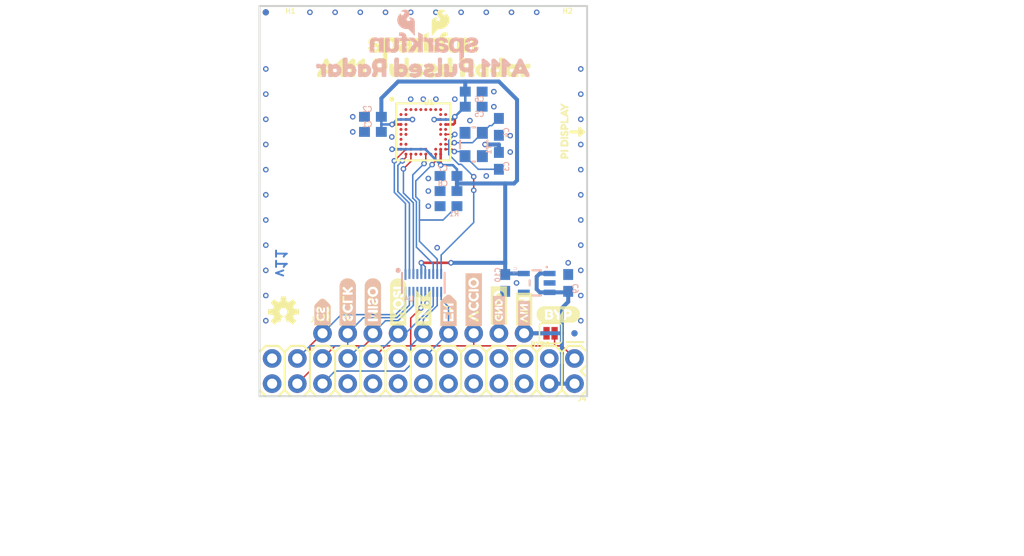
<source format=kicad_pcb>
(kicad_pcb (version 20211014) (generator pcbnew)
  (layers (0 "F.Cu" signal) (31 "B.Cu" signal) (34 "B.Paste" user) (35 "F.Paste" user) (36 "B.SilkS" user "B.Silkscreen") (37 "F.SilkS" user "F.Silkscreen") (38 "B.Mask" user) (39 "F.Mask" user) (44 "Edge.Cuts" user))
  (net 0 "")
  (net 1 "GND")
  (net 2 "1.8V")
  (net 3 "INTERRUPT")
  (net 4 "SCLK")
  (net 5 "MOSI")
  (net 6 "MISO")
  (net 7 "~{CS}")
  (net 8 "ENABLE")
  (net 9 "N$1")
  (net 10 "N$2")
  (net 11 "SCLK_RPI")
  (net 12 "MISO_RPI")
  (net 13 "MOSI_RPI")
  (net 14 "~{CS}_RPI")
  (net 15 "INTERRUPT_RPI")
  (net 16 "ENABLE_RPI")
  (net 17 "VCCIO")
  (net 18 "VIN")
  (footprint "boardEagle:2X13" (layer "F.Cu") (at 163.7411 120.8786 180)
    (fp_text reference "J4" (at -1.27 -4.064) (layer "F.SilkS") (effects (font (size 0.512064 0.512064) (thickness 0.097536)) (justify right)))
    (fp_text value "RASPBERRYPI-26-PIN-GPIO")
    (pad "1" thru_hole circle (at 0 0 270) (size 1.8796 1.8796) (drill 1.016) (layers *.Cu *.Mask) (net 17 "VCCIO"))
    (pad "2" thru_hole circle (at 0 -2.54 90) (size 1.8796 1.8796) (drill 1.016) (layers *.Cu *.Mask) (net 18 "VIN"))
    (pad "3" thru_hole circle (at 2.54 0 270) (size 1.8796 1.8796) (drill 1.016) (layers *.Cu *.Mask))
    (pad "4" thru_hole circle (at 2.54 -2.54 90) (size 1.8796 1.8796) (drill 1.016) (layers *.Cu *.Mask) (net 18 "VIN"))
    (pad "5" thru_hole circle (at 5.08 0 270) (size 1.8796 1.8796) (drill 1.016) (layers *.Cu *.Mask))
    (pad "6" thru_hole circle (at 5.08 -2.54 90) (size 1.8796 1.8796) (drill 1.016) (layers *.Cu *.Mask) (net 1 "GND"))
    (pad "7" thru_hole circle (at 7.62 0 270) (size 1.8796 1.8796) (drill 1.016) (layers *.Cu *.Mask))
    (pad "8" thru_hole circle (at 7.62 -2.54 90) (size 1.8796 1.8796) (drill 1.016) (layers *.Cu *.Mask))
    (pad "9" thru_hole circle (at 10.16 0 270) (size 1.8796 1.8796) (drill 1.016) (layers *.Cu *.Mask) (net 1 "GND"))
    (pad "10" thru_hole circle (at 10.16 -2.54 90) (size 1.8796 1.8796) (drill 1.016) (layers *.Cu *.Mask))
    (pad "11" thru_hole circle (at 12.7 0 270) (size 1.8796 1.8796) (drill 1.016) (layers *.Cu *.Mask))
    (pad "12" thru_hole circle (at 12.7 -2.54 90) (size 1.8796 1.8796) (drill 1.016) (layers *.Cu *.Mask))
    (pad "13" thru_hole circle (at 15.24 0 270) (size 1.8796 1.8796) (drill 1.016) (layers *.Cu *.Mask) (net 16 "ENABLE_RPI"))
    (pad "14" thru_hole circle (at 15.24 -2.54 90) (size 1.8796 1.8796) (drill 1.016) (layers *.Cu *.Mask) (net 1 "GND"))
    (pad "15" thru_hole circle (at 17.78 0 270) (size 1.8796 1.8796) (drill 1.016) (layers *.Cu *.Mask))
    (pad "16" thru_hole circle (at 17.78 -2.54 90) (size 1.8796 1.8796) (drill 1.016) (layers *.Cu *.Mask))
    (pad "17" thru_hole circle (at 20.32 0 270) (size 1.8796 1.8796) (drill 1.016) (layers *.Cu *.Mask) (net 17 "VCCIO"))
    (pad "18" thru_hole circle (at 20.32 -2.54 90) (size 1.8796 1.8796) (drill 1.016) (layers *.Cu *.Mask))
    (pad "19" thru_hole circle (at 22.86 0 270) (size 1.8796 1.8796) (drill 1.016) (layers *.Cu *.Mask) (net 13 "MOSI_RPI"))
    (pad "20" thru_hole circle (at 22.86 -2.54 90) (size 1.8796 1.8796) (drill 1.016) (layers *.Cu *.Mask) (net 1 "GND"))
    (pad "21" thru_hole circle (at 25.4 0 270) (size 1.8796 1.8796) (drill 1.016) (layers *.Cu *.Mask) (net 12 "MISO_RPI"))
    (pad "22" thru_hole circle (at 25.4 -2.54 90) (size 1.8796 1.8796) (drill 1.016) (layers *.Cu *.Mask) (net 15 "INTERRUPT_RPI"))
    (pad "23" thru_hole circle (at 27.94 0 270) (size 1.8796 1.8796) (drill 1.016) (layers *.Cu *.Mask) (net 11 "SCLK_RPI"))
    (pad "24" thru_hole circle (at 27.94 -2.54 90) (size 1.8796 1.8796) (drill 1.016) (layers *.Cu *.Mask) (net 14 "~{CS}_RPI"))
    (pad "25" thru_hole circle (at 30.48 0 270) (size 1.8796 1.8796) (drill 1.016) (layers *.Cu *.Mask) (net 1 "GND"))
    (pad "26" thru_hole circle (at 30.48 -2.54 90) (size 1.8796 1.8796) (drill 1.016) (layers *.Cu *.Mask))
  )
  (footprint "boardEagle:MOSI5" (layer "F.Cu") (at 145.9611 118.0846 90)
    (fp_text reference "U$4" hide)
    (fp_text value "" hide)
  )
  (footprint "boardEagle:GND0" (layer "F.Cu") (at 156.1211 117.9576 90)
    (fp_text reference "U$7" hide)
    (fp_text value "" hide)
  )
  (footprint "boardEagle:VCCIO1" (layer "F.Cu") (at 153.5811 118.0846 90)
    (fp_text reference "U$20" hide)
    (fp_text value "" hide)
  )
  (footprint "boardEagle:PI_DISPLAY9" (layer "F.Cu") (at 162.7251 101.4476 90)
    (fp_text reference "U$12" hide)
    (fp_text value "" hide)
  )
  (footprint "boardEagle:SFE_LOGO_NAME_FLAME_.1" (layer "F.Cu") (at 148.5011 89.3826)
    (fp_text reference "LOGO1" hide)
    (fp_text value "SFE_LOGO_NAME_FLAME.1_INCH" hide)
  )
  (footprint "boardEagle:#CS9" (layer "F.Cu") (at 138.3411 118.2116 90)
    (fp_text reference "U$17" hide)
    (fp_text value "" hide)
  )
  (footprint "boardEagle:VIN0" (layer "F.Cu") (at 158.6611 118.0846 90)
    (fp_text reference "U$16" hide)
    (fp_text value "" hide)
  )
  (footprint "boardEagle:1X09_NO_SILK" (layer "F.Cu") (at 138.3411 118.3386)
    (fp_text reference "J1" (at -1.27 -1.397) (layer "F.SilkS") (effects (font (size 0.512064 0.512064) (thickness 0.097536)) (justify left)))
    (fp_text value "")
    (pad "1" thru_hole circle (at 0 0 90) (size 1.8796 1.8796) (drill 1.016) (layers *.Cu *.Mask) (net 14 "~{CS}_RPI"))
    (pad "2" thru_hole circle (at 2.54 0 90) (size 1.8796 1.8796) (drill 1.016) (layers *.Cu *.Mask) (net 11 "SCLK_RPI"))
    (pad "3" thru_hole circle (at 5.08 0 90) (size 1.8796 1.8796) (drill 1.016) (layers *.Cu *.Mask) (net 12 "MISO_RPI"))
    (pad "4" thru_hole circle (at 7.62 0 90) (size 1.8796 1.8796) (drill 1.016) (layers *.Cu *.Mask) (net 13 "MOSI_RPI"))
    (pad "5" thru_hole circle (at 10.16 0 90) (size 1.8796 1.8796) (drill 1.016) (layers *.Cu *.Mask) (net 15 "INTERRUPT_RPI"))
    (pad "6" thru_hole circle (at 12.7 0 90) (size 1.8796 1.8796) (drill 1.016) (layers *.Cu *.Mask) (net 16 "ENABLE_RPI"))
    (pad "7" thru_hole circle (at 15.24 0 90) (size 1.8796 1.8796) (drill 1.016) (layers *.Cu *.Mask) (net 17 "VCCIO"))
    (pad "8" thru_hole circle (at 17.78 0 90) (size 1.8796 1.8796) (drill 1.016) (layers *.Cu *.Mask) (net 1 "GND"))
    (pad "9" thru_hole circle (at 20.32 0 90) (size 1.8796 1.8796) (drill 1.016) (layers *.Cu *.Mask) (net 18 "VIN"))
  )
  (footprint "boardEagle:FIDUCIAL-MICRO" (layer "F.Cu") (at 132.6261 85.9536)
    (fp_text reference "FD2" hide)
    (fp_text value "FIDUCIALUFIDUCIAL" hide)
    (pad "1" smd roundrect (at 0 0) (size 0.635 0.635) (layers "F.Cu" "F.Mask") (roundrect_rratio 0.5))
  )
  (footprint "boardEagle:BYP" (layer "F.Cu") (at 159.8041 116.4336)
    (fp_text reference "U$8" hide)
    (fp_text value "" hide)
  )
  (footprint "boardEagle:SCLK3" (layer "F.Cu") (at 140.8811 118.0846 90)
    (fp_text reference "U$2" hide)
    (fp_text value "" hide)
  )
  (footprint "boardEagle:INT8" (layer "F.Cu") (at 148.5011 118.0846 90)
    (fp_text reference "U$5" hide)
    (fp_text value "" hide)
  )
  (footprint "boardEagle:SMT-JUMPER_2_NO_SILK" (layer "F.Cu") (at 161.3281 118.3386 180)
    (fp_text reference "BYP0" (at 0 -1.143) (layer "F.SilkS") (effects (font (size 0.512064 0.512064) (thickness 0.097536)) (justify right)))
    (fp_text value "JUMPER-SMT_2_NO_SILK")
    (pad "1" smd rect (at -0.4064 0 180) (size 0.635 1.27) (layers "F.Cu" "F.Mask") (net 17 "VCCIO"))
    (pad "2" smd rect (at 0.4064 0 180) (size 0.635 1.27) (layers "F.Cu" "F.Mask") (net 18 "VIN"))
  )
  (footprint "boardEagle:FIDUCIAL-MICRO" (layer "F.Cu") (at 163.7411 118.3386)
    (fp_text reference "FD1" hide)
    (fp_text value "FIDUCIALUFIDUCIAL" hide)
    (pad "1" smd roundrect (at 0 0) (size 0.635 0.635) (layers "F.Cu" "F.Mask") (roundrect_rratio 0.5))
  )
  (footprint "boardEagle:A111" (layer "F.Cu") (at 148.5011 98.0186)
    (fp_text reference "U1" (at 0 -2.9718) (layer "F.SilkS") (effects (font (size 0.512064 0.512064) (thickness 0.097536)) (justify left)))
    (fp_text value "A111")
    (pad "A2" smd roundrect (at -1.75 -2.25) (size 0.3 0.3) (layers "F.Cu" "F.Paste" "F.Mask") (roundrect_rratio 0.5))
    (pad "A3" smd roundrect (at -1.25 -2.25) (size 0.3 0.3) (layers "F.Cu" "F.Paste" "F.Mask") (roundrect_rratio 0.5) (net 1 "GND"))
    (pad "A4" smd roundrect (at -0.75 -2.25) (size 0.3 0.3) (layers "F.Cu" "F.Paste" "F.Mask") (roundrect_rratio 0.5) (net 1 "GND"))
    (pad "A5" smd roundrect (at -0.25 -2.25) (size 0.3 0.3) (layers "F.Cu" "F.Paste" "F.Mask") (roundrect_rratio 0.5) (net 1 "GND"))
    (pad "A6" smd roundrect (at 0.25 -2.25) (size 0.3 0.3) (layers "F.Cu" "F.Paste" "F.Mask") (roundrect_rratio 0.5) (net 1 "GND"))
    (pad "A7" smd roundrect (at 0.75 -2.25) (size 0.3 0.3) (layers "F.Cu" "F.Paste" "F.Mask") (roundrect_rratio 0.5) (net 1 "GND"))
    (pad "A8" smd roundrect (at 1.25 -2.25) (size 0.3 0.3) (layers "F.Cu" "F.Paste" "F.Mask") (roundrect_rratio 0.5) (net 1 "GND"))
    (pad "A9" smd roundrect (at 1.75 -2.25) (size 0.3 0.3) (layers "F.Cu" "F.Paste" "F.Mask") (roundrect_rratio 0.5) (net 1 "GND"))
    (pad "B1" smd roundrect (at -2.25 -1.75) (size 0.3 0.3) (layers "F.Cu" "F.Paste" "F.Mask") (roundrect_rratio 0.5))
    (pad "B2" smd roundrect (at -1.75 -1.75) (size 0.3 0.3) (layers "F.Cu" "F.Paste" "F.Mask") (roundrect_rratio 0.5) (net 1 "GND"))
    (pad "B9" smd roundrect (at 1.75 -1.75) (size 0.3 0.3) (layers "F.Cu" "F.Paste" "F.Mask") (roundrect_rratio 0.5) (net 1 "GND"))
    (pad "B10" smd roundrect (at 2.25 -1.75) (size 0.3 0.3) (layers "F.Cu" "F.Paste" "F.Mask") (roundrect_rratio 0.5) (net 1 "GND"))
    (pad "C1" smd roundrect (at -2.25 -1.25) (size 0.3 0.3) (layers "F.Cu" "F.Paste" "F.Mask") (roundrect_rratio 0.5) (net 1 "GND"))
    (pad "C2" smd roundrect (at -1.75 -1.25) (size 0.3 0.3) (layers "F.Cu" "F.Paste" "F.Mask") (roundrect_rratio 0.5) (net 2 "1.8V"))
    (pad "C9" smd roundrect (at 1.75 -1.25) (size 0.3 0.3) (layers "F.Cu" "F.Paste" "F.Mask") (roundrect_rratio 0.5) (net 2 "1.8V"))
    (pad "C10" smd roundrect (at 2.25 -1.25) (size 0.3 0.3) (layers "F.Cu" "F.Paste" "F.Mask") (roundrect_rratio 0.5) (net 1 "GND"))
    (pad "D1" smd roundrect (at -2.25 -0.75) (size 0.3 0.3) (layers "F.Cu" "F.Paste" "F.Mask") (roundrect_rratio 0.5) (net 2 "1.8V"))
    (pad "D2" smd roundrect (at -1.75 -0.75) (size 0.3 0.3) (layers "F.Cu" "F.Paste" "F.Mask") (roundrect_rratio 0.5) (net 1 "GND"))
    (pad "D9" smd roundrect (at 1.75 -0.75) (size 0.3 0.3) (layers "F.Cu" "F.Paste" "F.Mask") (roundrect_rratio 0.5) (net 1 "GND"))
    (pad "D10" smd roundrect (at 2.25 -0.75) (size 0.3 0.3) (layers "F.Cu" "F.Paste" "F.Mask") (roundrect_rratio 0.5) (net 2 "1.8V"))
    (pad "E1" smd roundrect (at -2.25 -0.25) (size 0.3 0.3) (layers "F.Cu" "F.Paste" "F.Mask") (roundrect_rratio 0.5) (net 1 "GND"))
    (pad "E2" smd roundrect (at -1.75 -0.25) (size 0.3 0.3) (layers "F.Cu" "F.Paste" "F.Mask") (roundrect_rratio 0.5) (net 1 "GND"))
    (pad "E9" smd roundrect (at 1.75 -0.25) (size 0.3 0.3) (layers "F.Cu" "F.Paste" "F.Mask") (roundrect_rratio 0.5) (net 1 "GND"))
    (pad "E10" smd roundrect (at 2.25 -0.25) (size 0.3 0.3) (layers "F.Cu" "F.Paste" "F.Mask") (roundrect_rratio 0.5) (net 1 "GND"))
    (pad "F1" smd roundrect (at -2.25 0.25) (size 0.3 0.3) (layers "F.Cu" "F.Paste" "F.Mask") (roundrect_rratio 0.5) (net 1 "GND"))
    (pad "F2" smd roundrect (at -1.75 0.25) (size 0.3 0.3) (layers "F.Cu" "F.Paste" "F.Mask") (roundrect_rratio 0.5) (net 1 "GND"))
    (pad "F9" smd roundrect (at 1.75 0.25) (size 0.3 0.3) (layers "F.Cu" "F.Paste" "F.Mask") (roundrect_rratio 0.5) (net 1 "GND"))
    (pad "F10" smd roundrect (at 2.25 0.25) (size 0.3 0.3) (layers "F.Cu" "F.Paste" "F.Mask") (roundrect_rratio 0.5) (net 8 "ENABLE"))
    (pad "G1" smd roundrect (at -2.25 0.75) (size 0.3 0.3) (layers "F.Cu" "F.Paste" "F.Mask") (roundrect_rratio 0.5) (net 1 "GND"))
    (pad "G10" smd roundrect (at 2.25 0.75) (size 0.3 0.3) (layers "F.Cu" "F.Paste" "F.Mask") (roundrect_rratio 0.5) (net 1 "GND"))
    (pad "H1" smd roundrect (at -2.25 1.25) (size 0.3 0.3) (layers "F.Cu" "F.Paste" "F.Mask") (roundrect_rratio 0.5) (net 1 "GND"))
    (pad "H2" smd roundrect (at -1.75 1.25) (size 0.3 0.3) (layers "F.Cu" "F.Paste" "F.Mask") (roundrect_rratio 0.5) (net 1 "GND"))
    (pad "H9" smd roundrect (at 1.75 1.25) (size 0.3 0.3) (layers "F.Cu" "F.Paste" "F.Mask") (roundrect_rratio 0.5) (net 1 "GND"))
    (pad "H10" smd roundrect (at 2.25 1.25) (size 0.3 0.3) (layers "F.Cu" "F.Paste" "F.Mask") (roundrect_rratio 0.5) (net 10 "N$2"))
    (pad "J1" smd roundrect (at -2.25 1.75) (size 0.3 0.3) (layers "F.Cu" "F.Paste" "F.Mask") (roundrect_rratio 0.5) (net 2 "1.8V"))
    (pad "J2" smd roundrect (at -1.75 1.75) (size 0.3 0.3) (layers "F.Cu" "F.Paste" "F.Mask") (roundrect_rratio 0.5) (net 7 "~{CS}"))
    (pad "J3" smd roundrect (at -1.25 1.75) (size 0.3 0.3) (layers "F.Cu" "F.Paste" "F.Mask") (roundrect_rratio 0.5) (net 1 "GND"))
    (pad "J5" smd roundrect (at -0.25 1.75) (size 0.3 0.3) (layers "F.Cu" "F.Paste" "F.Mask") (roundrect_rratio 0.5) (net 1 "GND"))
    (pad "J6" smd roundrect (at 0.25 1.75) (size 0.3 0.3) (layers "F.Cu" "F.Paste" "F.Mask") (roundrect_rratio 0.5) (net 1 "GND"))
    (pad "J8" smd roundrect (at 1.25 1.75) (size 0.3 0.3) (layers "F.Cu" "F.Paste" "F.Mask") (roundrect_rratio 0.5) (net 1 "GND"))
    (pad "J9" smd roundrect (at 1.75 1.75) (size 0.3 0.3) (layers "F.Cu" "F.Paste" "F.Mask") (roundrect_rratio 0.5) (net 2 "1.8V"))
    (pad "J10" smd roundrect (at 2.25 1.75) (size 0.3 0.3) (layers "F.Cu" "F.Paste" "F.Mask") (roundrect_rratio 0.5) (net 9 "N$1"))
    (pad "K2" smd roundrect (at -1.75 2.25) (size 0.3 0.3) (layers "F.Cu" "F.Paste" "F.Mask") (roundrect_rratio 0.5) (net 4 "SCLK"))
    (pad "K3" smd roundrect (at -1.25 2.25) (size 0.3 0.3) (layers "F.Cu" "F.Paste" "F.Mask") (roundrect_rratio 0.5) (net 6 "MISO"))
    (pad "K4" smd roundrect (at -0.75 2.25) (size 0.3 0.3) (layers "F.Cu" "F.Paste" "F.Mask") (roundrect_rratio 0.5) (net 1 "GND"))
    (pad "K5" smd roundrect (at -0.25 2.25) (size 0.3 0.3) (layers "F.Cu" "F.Paste" "F.Mask") (roundrect_rratio 0.5) (net 1 "GND"))
    (pad "K6" smd roundrect (at 0.25 2.25) (size 0.3 0.3) (layers "F.Cu" "F.Paste" "F.Mask") (roundrect_rratio 0.5) (net 5 "MOSI"))
    (pad "K7" smd roundrect (at 0.75 2.25) (size 0.3 0.3) (layers "F.Cu" "F.Paste" "F.Mask") (roundrect_rratio 0.5) (net 1 "GND"))
    (pad "K8" smd roundrect (at 1.25 2.25) (size 0.3 0.3) (layers "F.Cu" "F.Paste" "F.Mask") (roundrect_rratio 0.5) (net 3 "INTERRUPT"))
    (pad "K9" smd roundrect (at 1.75 2.25) (size 0.3 0.3) (layers "F.Cu" "F.Paste" "F.Mask") (roundrect_rratio 0.5) (net 2 "1.8V"))
  )
  (footprint "boardEagle:STAND-OFF" (layer "F.Cu") (at 134.5311 87.8586)
    (fp_text reference "H1" (at 0 -2.032) (layer "F.SilkS") (effects (font (size 0.512064 0.512064) (thickness 0.097536)) (justify left)))
    (fp_text value "STAND-OFF")
    (pad "" np_thru_hole circle (at 0 0) (size 3.302 3.302) (drill 3.302) (layers *.Cu *.Mask))
  )
  (footprint "boardEagle:A111_PULSED_RADAR9" (layer "F.Cu") (at 136.1821 91.5416)
    (fp_text reference "U$1" hide)
    (fp_text value "" hide)
  )
  (footprint "boardEagle:EN9" (layer "F.Cu") (at 151.0411 118.0846 90)
    (fp_text reference "U$6" hide)
    (fp_text value "" hide)
  )
  (footprint "boardEagle:CREATIVE_COMMONS" (layer "F.Cu") (at 126.1491 137.8966)
    (fp_text reference "FRAME1" hide)
    (fp_text value "FRAME-LETTER" hide)
  )
  (footprint "boardEagle:STAND-OFF" (layer "F.Cu") (at 162.4711 87.8586)
    (fp_text reference "H2" (at 0 -2.032) (layer "F.SilkS") (effects (font (size 0.512064 0.512064) (thickness 0.097536)) (justify left)))
    (fp_text value "STAND-OFF")
    (pad "" np_thru_hole circle (at 0 0) (size 3.302 3.302) (drill 3.302) (layers *.Cu *.Mask))
  )
  (footprint "boardEagle:OSHW-LOGO-S" (layer "F.Cu") (at 134.4041 116.1796)
    (fp_text reference "LOGO2" hide)
    (fp_text value "OSHW-LOGOS" hide)
  )
  (footprint "boardEagle:MISO4" (layer "F.Cu") (at 143.4211 118.0846 90)
    (fp_text reference "U$3" hide)
    (fp_text value "" hide)
  )
  (footprint "boardEagle:0603" (layer "B.Cu") (at 153.5811 95.4786)
    (fp_text reference "C5" (at 0 0.762) (layer "B.SilkS") (effects (font (size 0.512064 0.512064) (thickness 0.097536)) (justify right mirror)))
    (fp_text value "0.1uF")
    (pad "1" smd rect (at -0.85 0) (size 1.1 1) (layers "B.Cu" "B.Paste" "B.Mask") (net 2 "1.8V"))
    (pad "2" smd rect (at 0.85 0) (size 1.1 1) (layers "B.Cu" "B.Paste" "B.Mask") (net 1 "GND"))
  )
  (footprint "boardEagle:A111_PULSED_RADAR9" (layer "B.Cu") (at 160.8201 91.5416 180)
    (fp_text reference "U$9" hide)
    (fp_text value "" hide)
  )
  (footprint "boardEagle:0603" (layer "B.Cu") (at 163.1061 113.2586 90)
    (fp_text reference "C9" (at 0 0.762 90) (layer "B.SilkS") (effects (font (size 0.512064 0.512064) (thickness 0.097536)) (justify left mirror)))
    (fp_text value "1.0uF")
    (pad "1" smd rect (at -0.85 0 90) (size 1.1 1) (layers "B.Cu" "B.Paste" "B.Mask") (net 18 "VIN"))
    (pad "2" smd rect (at 0.85 0 90) (size 1.1 1) (layers "B.Cu" "B.Paste" "B.Mask") (net 1 "GND"))
  )
  (footprint "boardEagle:0603" (layer "B.Cu") (at 156.7561 113.2586 -90)
    (fp_text reference "C10" (at 0 0.762 -270) (layer "B.SilkS") (effects (font (size 0.512064 0.512064) (thickness 0.097536)) (justify right mirror)))
    (fp_text value "1.0uF")
    (pad "1" smd rect (at -0.85 0 270) (size 1.1 1) (layers "B.Cu" "B.Paste" "B.Mask") (net 2 "1.8V"))
    (pad "2" smd rect (at 0.85 0 270) (size 1.1 1) (layers "B.Cu" "B.Paste" "B.Mask") (net 1 "GND"))
  )
  (footprint "boardEagle:SFE_LOGO_NAME_FLAME_.1" (layer "B.Cu") (at 148.5011 89.3826 180)
    (fp_text reference "LOGO3" hide)
    (fp_text value "SFE_LOGO_NAME_FLAME.1_INCH" hide)
  )
  (footprint "boardEagle:0603" (layer "B.Cu") (at 151.0411 105.5116)
    (fp_text reference "R1" (at 0 0.762) (layer "B.SilkS") (effects (font (size 0.512064 0.512064) (thickness 0.097536)) (justify right mirror)))
    (fp_text value "100k")
    (pad "1" smd rect (at -0.85 0) (size 1.1 1) (layers "B.Cu" "B.Paste" "B.Mask") (net 1 "GND"))
    (pad "2" smd rect (at 0.85 0) (size 1.1 1) (layers "B.Cu" "B.Paste" "B.Mask") (net 3 "INTERRUPT"))
  )
  (footprint "boardEagle:UFDFN-20" (layer "B.Cu") (at 148.5011 113.2586)
    (fp_text reference "U4" (at -2.032 1.6) (layer "B.SilkS") (effects (font (size 0.512064 0.512064) (thickness 0.097536)) (justify right mirror)))
    (fp_text value "TXB0108DQSR")
    (pad "1" smd rect (at -1.8 -0.85 270) (size 1.1 0.2) (layers "B.Cu" "B.Mask") (net 7 "~{CS}"))
    (pad "2" smd rect (at -1.4 -0.9 270) (size 1 0.2) (layers "B.Cu" "B.Mask") (net 4 "SCLK"))
    (pad "3" smd rect (at -1 -0.9 270) (size 1 0.2) (layers "B.Cu" "B.Mask") (net 6 "MISO"))
    (pad "4" smd rect (at -0.6 -0.9 270) (size 1 0.2) (layers "B.Cu" "B.Mask"))
    (pad "5" smd rect (at -0.2 -0.9 270) (size 1 0.2) (layers "B.Cu" "B.Mask") (net 2 "1.8V"))
    (pad "6" smd rect (at 0.2 -0.9 270) (size 1 0.2) (layers "B.Cu" "B.Mask") (net 2 "1.8V"))
    (pad "7" smd rect (at 0.6 -0.9 270) (size 1 0.2) (layers "B.Cu" "B.Mask"))
    (pad "8" smd rect (at 1 -0.9 270) (size 1 0.2) (layers "B.Cu" "B.Mask") (net 5 "MOSI"))
    (pad "9" smd rect (at 1.4 -0.9 270) (size 1 0.2) (layers "B.Cu" "B.Mask") (net 3 "INTERRUPT"))
    (pad "10" smd rect (at 1.8 -0.9 270) (size 1 0.2) (layers "B.Cu" "B.Mask") (net 8 "ENABLE"))
    (pad "11" smd rect (at 1.8 0.9 270) (size 1 0.2) (layers "B.Cu" "B.Mask") (net 16 "ENABLE_RPI"))
    (pad "12" smd rect (at 1.4 0.9 270) (size 1 0.2) (layers "B.Cu" "B.Mask") (net 15 "INTERRUPT_RPI"))
    (pad "13" smd rect (at 1 0.9 270) (size 1 0.2) (layers "B.Cu" "B.Mask") (net 13 "MOSI_RPI"))
    (pad "14" smd rect (at 0.6 0.9 270) (size 1 0.2) (layers "B.Cu" "B.Mask"))
    (pad "15" smd rect (at 0.2 0.9 270) (size 1 0.2) (layers "B.Cu" "B.Mask") (net 1 "GND"))
    (pad "16" smd rect (at -0.2 0.9 270) (size 1 0.2) (layers "B.Cu" "B.Mask") (net 17 "VCCIO"))
    (pad "17" smd rect (at -0.6 0.9 270) (size 1 0.2) (layers "B.Cu" "B.Mask"))
    (pad "18" smd rect (at -1 0.9 270) (size 1 0.2) (layers "B.Cu" "B.Mask") (net 12 "MISO_RPI"))
    (pad "19" smd rect (at -1.4 0.9 270) (size 1 0.2) (layers "B.Cu" "B.Mask") (net 11 "SCLK_RPI"))
    (pad "20" smd rect (at -1.8 0.9 270) (size 1 0.2) (layers "B.Cu" "B.Mask") (net 14 "~{CS}_RPI"))
  )
  (footprint "boardEagle:FIDUCIAL-MICRO" (layer "B.Cu") (at 132.6261 85.9536 180)
    (fp_text reference "FD3" hide)
    (fp_text value "FIDUCIALUFIDUCIAL" hide)
    (pad "1" smd roundrect (at 0 0 180) (size 0.635 0.635) (layers "B.Cu" "B.Mask") (roundrect_rratio 0.5))
  )
  (footprint "boardEagle:EN9" (layer "B.Cu") (at 151.0411 118.0846 90)
    (fp_text reference "U$18" hide)
    (fp_text value "" hide)
  )
  (footprint "boardEagle:0603" (layer "B.Cu") (at 143.4211 98.0186 180)
    (fp_text reference "C1" (at 0 0.762) (layer "B.SilkS") (effects (font (size 0.512064 0.512064) (thickness 0.097536)) (justify left mirror)))
    (fp_text value "0.1uF")
    (pad "1" smd rect (at -0.85 0 180) (size 1.1 1) (layers "B.Cu" "B.Paste" "B.Mask") (net 2 "1.8V"))
    (pad "2" smd rect (at 0.85 0 180) (size 1.1 1) (layers "B.Cu" "B.Paste" "B.Mask") (net 1 "GND"))
  )
  (footprint "boardEagle:SOT23-5" (layer "B.Cu") (at 159.9311 113.2586 -90)
    (fp_text reference "U2" (at -0.889 2.159 -270) (layer "B.SilkS") (effects (font (size 0.376489 0.376489) (thickness 0.029911)) (justify right mirror)))
    (fp_text value "AP2127K-1.8V")
    (pad "1" smd rect (at -0.95 -1.3001 270) (size 0.55 1.2) (layers "B.Cu" "B.Paste" "B.Mask") (net 18 "VIN"))
    (pad "2" smd rect (at 0 -1.3001 270) (size 0.55 1.2) (layers "B.Cu" "B.Paste" "B.Mask") (net 1 "GND"))
    (pad "3" smd rect (at 0.95 -1.3001 270) (size 0.55 1.2) (layers "B.Cu" "B.Paste" "B.Mask") (net 18 "VIN"))
    (pad "4" smd rect (at 0.95 1.3001 270) (size 0.55 1.2) (layers "B.Cu" "B.Paste" "B.Mask"))
    (pad "5" smd rect (at -0.95 1.3001 270) (size 0.55 1.2) (layers "B.Cu" "B.Paste" "B.Mask") (net 2 "1.8V"))
  )
  (footprint "boardEagle:0603" (layer "B.Cu") (at 151.0411 102.4636 180)
    (fp_text reference "C7" (at 0 0.762) (layer "B.SilkS") (effects (font (size 0.512064 0.512064) (thickness 0.097536)) (justify left mirror)))
    (fp_text value "0.1uF")
    (pad "1" smd rect (at -0.85 0 180) (size 1.1 1) (layers "B.Cu" "B.Paste" "B.Mask") (net 2 "1.8V"))
    (pad "2" smd rect (at 0.85 0 180) (size 1.1 1) (layers "B.Cu" "B.Paste" "B.Mask") (net 1 "GND"))
  )
  (footprint "boardEagle:#CS9" (layer "B.Cu") (at 138.3411 118.2116 90)
    (fp_text reference "U$13" hide)
    (fp_text value "" hide)
  )
  (footprint "boardEagle:0603" (layer "B.Cu") (at 143.4211 96.4946 180)
    (fp_text reference "C2" (at 0 0.762) (layer "B.SilkS") (effects (font (size 0.512064 0.512064) (thickness 0.097536)) (justify left mirror)))
    (fp_text value "1.0uF")
    (pad "1" smd rect (at -0.85 0 180) (size 1.1 1) (layers "B.Cu" "B.Paste" "B.Mask") (net 2 "1.8V"))
    (pad "2" smd rect (at 0.85 0 180) (size 1.1 1) (layers "B.Cu" "B.Paste" "B.Mask") (net 1 "GND"))
  )
  (footprint "boardEagle:CRYSTAL-SMD-3.2X2.5MM" (layer "B.Cu") (at 153.5811 99.2886 90)
    (fp_text reference "Y1" (at 0 1.524 90) (layer "B.SilkS") (effects (font (size 0.512064 0.512064) (thickness 0.097536)) (justify left mirror)))
    (fp_text value "26MHz")
    (pad "1" smd rect (at -1.175 -0.875 270) (size 1.2 1.1) (layers "B.Cu" "B.Paste" "B.Mask") (net 9 "N$1"))
    (pad "2" smd rect (at 1.175 -0.875 90) (size 1.2 1.1) (layers "B.Cu" "B.Paste" "B.Mask") (net 1 "GND"))
    (pad "3" smd rect (at 1.175 0.875 90) (size 1.2 1.1) (layers "B.Cu" "B.Paste" "B.Mask") (net 10 "N$2"))
    (pad "4" smd rect (at -1.175 0.875 270) (size 1.2 1.1) (layers "B.Cu" "B.Paste" "B.Mask") (net 1 "GND"))
  )
  (footprint "boardEagle:0603" (layer "B.Cu") (at 151.0411 103.9876 180)
    (fp_text reference "C8" (at 0 0.762) (layer "B.SilkS") (effects (font (size 0.512064 0.512064) (thickness 0.097536)) (justify left mirror)))
    (fp_text value "1.0uF")
    (pad "1" smd rect (at -0.85 0 180) (size 1.1 1) (layers "B.Cu" "B.Paste" "B.Mask") (net 2 "1.8V"))
    (pad "2" smd rect (at 0.85 0 180) (size 1.1 1) (layers "B.Cu" "B.Paste" "B.Mask") (net 1 "GND"))
  )
  (footprint "boardEagle:VIN5" (layer "B.Cu") (at 158.6611 117.9576 90)
    (fp_text reference "U$22" hide)
    (fp_text value "" hide)
  )
  (footprint "boardEagle:0603" (layer "B.Cu") (at 156.1211 97.5106 90)
    (fp_text reference "C4" (at 0 0.762 90) (layer "B.SilkS") (effects (font (size 0.512064 0.512064) (thickness 0.097536)) (justify left mirror)))
    (fp_text value "10pF")
    (pad "1" smd rect (at -0.85 0 90) (size 1.1 1) (layers "B.Cu" "B.Paste" "B.Mask") (net 1 "GND"))
    (pad "2" smd rect (at 0.85 0 90) (size 1.1 1) (layers "B.Cu" "B.Paste" "B.Mask") (net 10 "N$2"))
  )
  (footprint "boardEagle:0603" (layer "B.Cu") (at 156.1211 100.9396 90)
    (fp_text reference "C3" (at 0 0.762 90) (layer "B.SilkS") (effects (font (size 0.512064 0.512064) (thickness 0.097536)) (justify left mirror)))
    (fp_text value "10pF")
    (pad "1" smd rect (at -0.85 0 90) (size 1.1 1) (layers "B.Cu" "B.Paste" "B.Mask") (net 9 "N$1"))
    (pad "2" smd rect (at 0.85 0 90) (size 1.1 1) (layers "B.Cu" "B.Paste" "B.Mask") (net 1 "GND"))
  )
  (footprint "boardEagle:MISO4" (layer "B.Cu") (at 143.4211 118.0846 90)
    (fp_text reference "U$11" hide)
    (fp_text value "" hide)
  )
  (footprint "boardEagle:VCCIO1" (layer "B.Cu") (at 153.5811 118.0846 90)
    (fp_text reference "U$19" hide)
    (fp_text value "" hide)
  )
  (footprint "boardEagle:FIDUCIAL-MICRO" (layer "B.Cu") (at 163.7411 118.3386 180)
    (fp_text reference "FD4" hide)
    (fp_text value "FIDUCIALUFIDUCIAL" hide)
    (pad "1" smd roundrect (at 0 0 180) (size 0.635 0.635) (layers "B.Cu" "B.Mask") (roundrect_rratio 0.5))
  )
  (footprint "boardEagle:SCLK3" (layer "B.Cu") (at 140.8811 118.0846 90)
    (fp_text reference "U$10" hide)
    (fp_text value "" hide)
  )
  (footprint "boardEagle:0603" (layer "B.Cu") (at 153.5811 93.9546)
    (fp_text reference "C6" (at 0 0.762) (layer "B.SilkS") (effects (font (size 0.512064 0.512064) (thickness 0.097536)) (justify right mirror)))
    (fp_text value "1.0uF")
    (pad "1" smd rect (at -0.85 0) (size 1.1 1) (layers "B.Cu" "B.Paste" "B.Mask") (net 2 "1.8V"))
    (pad "2" smd rect (at 0.85 0) (size 1.1 1) (layers "B.Cu" "B.Paste" "B.Mask") (net 1 "GND"))
  )
  (footprint "boardEagle:GND6" (layer "B.Cu") (at 156.1211 117.9576 90)
    (fp_text reference "U$21" hide)
    (fp_text value "" hide)
  )
  (gr_line (start 164.3761 97.7646) (end 164.3761 98.2726) (layer "F.SilkS") (width 0.254))
  (gr_line (start 164.2491 98.3996) (end 164.6301 98.0186) (layer "F.SilkS") (width 0.254))
  (gr_line (start 164.6301 98.0186) (end 164.2491 97.6376) (layer "F.SilkS") (width 0.254))
  (gr_line (start 164.2491 97.6376) (end 164.2491 98.3996) (layer "F.SilkS") (width 0.254))
  (gr_line (start 163.3601 98.0186) (end 164.6301 98.0186) (layer "F.SilkS") (width 0.3048))
  (gr_line (start 131.9911 85.3186) (end 131.9911 124.6886) (layer "Edge.Cuts") (width 0.2032))
  (gr_line (start 131.9911 124.6886) (end 165.0111 124.6886) (layer "Edge.Cuts") (width 0.2032))
  (gr_line (start 165.0111 124.6886) (end 165.0111 85.3186) (layer "Edge.Cuts") (width 0.2032))
  (gr_line (start 165.0111 85.3186) (end 131.9911 85.3186) (layer "Edge.Cuts") (width 0.2032))
  (gr_text "v11" (at 133.5151 111.2266 -90) (layer "B.Cu") (effects (font (size 1.0795 1.0795) (thickness 0.1905)) (justify bottom mirror)))
  (via (at 137.0711 85.9536) (size 0.5588) (drill 0.3048) (layers "F.Cu" "B.Cu") (net 1))
  (via (at 132.6261 94.2086) (size 0.5588) (drill 0.3048) (layers "F.Cu" "B.Cu") (net 1))
  (via (at 152.3111 85.9536) (size 0.5588) (drill 0.3048) (layers "F.Cu" "B.Cu") (net 1))
  (via (at 149.7711 85.9536) (size 0.5588) (drill 0.3048) (layers "F.Cu" "B.Cu") (net 1))
  (via (at 164.3761 117.0686) (size 0.5588) (drill 0.3048) (layers "F.Cu" "B.Cu") (net 1))
  (via (at 154.7241 99.2886) (size 0.5588) (drill 0.3048) (layers "F.Cu" "B.Cu") (net 1))
  (via (at 141.3891 98.0186) (size 0.5588) (drill 0.3048) (layers "F.Cu" "B.Cu") (net 1))
  (via (at 132.6261 104.3686) (size 0.5588) (drill 0.3048) (layers "F.Cu" "B.Cu") (net 1))
  (via (at 157.8991 113.2586) (size 0.5588) (drill 0.3048) (layers "F.Cu" "B.Cu") (net 1))
  (via (at 132.6261 91.6686) (size 0.5588) (drill 0.3048) (layers "F.Cu" "B.Cu") (net 1))
  (via (at 149.7711 94.7166) (size 0.5588) (drill 0.3048) (layers "F.Cu" "B.Cu") (net 1))
  (via (at 164.3761 91.6686) (size 0.5588) (drill 0.3048) (layers "F.Cu" "B.Cu") (net 1))
  (via (at 164.3761 104.3686) (size 0.5588) (drill 0.3048) (layers "F.Cu" "B.Cu") (net 1))
  (via (at 141.3891 96.4946) (size 0.5588) (drill 0.3048) (layers "F.Cu" "B.Cu") (net 1))
  (via (at 132.6261 101.8286) (size 0.5588) (drill 0.3048) (layers "F.Cu" "B.Cu") (net 1))
  (via (at 157.3911 85.9536) (size 0.5588) (drill 0.3048) (layers "F.Cu" "B.Cu") (net 1))
  (via (at 132.6261 111.9886) (size 0.5588) (drill 0.3048) (layers "F.Cu" "B.Cu") (net 1))
  (via (at 149.0091 105.5116) (size 0.5588) (drill 0.3048) (layers "F.Cu" "B.Cu") (net 1))
  (via (at 155.6131 95.4786) (size 0.5588) (drill 0.3048) (layers "F.Cu" "B.Cu") (net 1))
  (via (at 145.3261 98.5266) (size 0.5588) (drill 0.3048) (layers "F.Cu" "B.Cu") (net 1))
  (via (at 132.6261 106.9086) (size 0.5588) (drill 0.3048) (layers "F.Cu" "B.Cu") (net 1))
  (via (at 148.5011 94.7166) (size 0.5588) (drill 0.3048) (layers "F.Cu" "B.Cu") (net 1))
  (via (at 154.8511 85.9536) (size 0.5588) (drill 0.3048) (layers "F.Cu" "B.Cu") (net 1))
  (via (at 164.3761 106.9086) (size 0.5588) (drill 0.3048) (layers "F.Cu" "B.Cu") (net 1))
  (via (at 164.3761 111.9886) (size 0.5588) (drill 0.3048) (layers "F.Cu" "B.Cu") (net 1))
  (via (at 154.8511 102.4636) (size 0.5588) (drill 0.3048) (layers "F.Cu" "B.Cu") (net 1))
  (via (at 159.9311 85.9536) (size 0.5588) (drill 0.3048) (layers "F.Cu" "B.Cu") (net 1))
  (via (at 163.1061 111.2266) (size 0.5588) (drill 0.3048) (layers "F.Cu" "B.Cu") (net 1))
  (via (at 132.6261 96.7486) (size 0.5588) (drill 0.3048) (layers "F.Cu" "B.Cu") (net 1))
  (via (at 142.1511 85.9536) (size 0.5588) (drill 0.3048) (layers "F.Cu" "B.Cu") (net 1))
  (via (at 148.8821 115.2906) (size 0.5588) (drill 0.3048) (layers "F.Cu" "B.Cu") (net 1))
  (via (at 132.6261 117.0686) (size 0.5588) (drill 0.3048) (layers "F.Cu" "B.Cu") (net 1))
  (via (at 164.3761 114.5286) (size 0.5588) (drill 0.3048) (layers "F.Cu" "B.Cu") (net 1))
  (via (at 153.2001 96.8756) (size 0.5588) (drill 0.3048) (layers "F.Cu" "B.Cu") (net 1))
  (via (at 157.2641 98.3996) (size 0.5588) (drill 0.3048) (layers "F.Cu" "B.Cu") (net 1))
  (via (at 164.3761 94.2086) (size 0.5588) (drill 0.3048) (layers "F.Cu" "B.Cu") (net 1))
  (via (at 132.6261 109.4486) (size 0.5588) (drill 0.3048) (layers "F.Cu" "B.Cu") (net 1))
  (via (at 164.3761 109.4486) (size 0.5588) (drill 0.3048) (layers "F.Cu" "B.Cu") (net 1))
  (via (at 132.6261 99.2886) (size 0.5588) (drill 0.3048) (layers "F.Cu" "B.Cu") (net 1))
  (via (at 151.6761 94.7166) (size 0.5588) (drill 0.3048) (layers "F.Cu" "B.Cu") (net 1))
  (via (at 149.0091 102.7176) (size 0.5588) (drill 0.3048) (layers "F.Cu" "B.Cu") (net 1))
  (via (at 144.6911 85.9536) (size 0.5588) (drill 0.3048) (layers "F.Cu" "B.Cu") (net 1))
  (via (at 147.2311 94.7166) (size 0.5588) (drill 0.3048) (layers "F.Cu" "B.Cu") (net 1))
  (via (at 164.3761 99.2886) (size 0.5588) (drill 0.3048) (layers "F.Cu" "B.Cu") (net 1))
  (via (at 164.3761 96.7486) (size 0.5588) (drill 0.3048) (layers "F.Cu" "B.Cu") (net 1))
  (via (at 164.3761 101.8286) (size 0.5588) (drill 0.3048) (layers "F.Cu" "B.Cu") (net 1))
  (via (at 139.6111 85.9536) (size 0.5588) (drill 0.3048) (layers "F.Cu" "B.Cu") (net 1))
  (via (at 147.2311 85.9536) (size 0.5588) (drill 0.3048) (layers "F.Cu" "B.Cu") (net 1))
  (via (at 149.0091 103.9876) (size 0.5588) (drill 0.3048) (layers "F.Cu" "B.Cu") (net 1))
  (via (at 149.8981 109.7026) (size 0.5588) (drill 0.3048) (layers "F.Cu" "B.Cu") (net 1))
  (via (at 157.2641 100.0506) (size 0.5588) (drill 0.3048) (layers "F.Cu" "B.Cu") (net 1))
  (via (at 132.6261 114.5286) (size 0.5588) (drill 0.3048) (layers "F.Cu" "B.Cu") (net 1))
  (via (at 155.6131 93.9546) (size 0.5588) (drill 0.3048) (layers "F.Cu" "B.Cu") (net 1))
  (segment (start 154.7241 99.2886) (end 156.1211 99.2886) (width 0.4064) (layer "B.Cu") (net 1))
  (segment (start 156.1211 99.2886) (end 156.1211 100.0896) (width 0.4064) (layer "B.Cu") (net 1))
  (segment (start 146.2511 97.2686) (end 145.3515 97.2686) (width 0.254) (layer "F.Cu") (net 2))
  (segment (start 150.2511 96.7686) (end 149.5933 96.7686) (width 0.254) (layer "F.Cu") (net 2))
  (segment (start 146.2511 99.7686) (end 145.3515 99.7686) (width 0.254) (layer "F.Cu") (net 2))
  (segment (start 149.5933 96.7686) (end 149.5933 96.774) (width 0.1524) (layer "F.Cu") (net 2))
  (segment (start 151.6761 97.1296) (end 151.6761 96.4946) (width 0.254) (layer "F.Cu") (net 2))
  (segment (start 146.7511 96.7686) (end 147.4089 96.7686) (width 0.254) (layer "F.Cu") (net 2))
  (segment (start 150.2511 99.7686) (end 150.2511 100.2686) (width 0.254) (layer "F.Cu") (net 2))
  (segment (start 150.7511 97.2686) (end 151.5371 97.2686) (width 0.254) (layer "F.Cu") (net 2))
  (segment (start 151.5371 97.2686) (end 151.6761 97.1296) (width 0.254) (layer "F.Cu") (net 2))
  (segment (start 150.2511 100.2686) (end 150.2511 101.3714) (width 0.254) (layer "F.Cu") (net 2))
  (segment (start 148.3011 111.2266) (end 151.2951 111.2266) (width 0.254) (layer "F.Cu") (net 2))
  (via (at 147.4089 96.7686) (size 0.5588) (drill 0.3048) (layers "F.Cu" "B.Cu") (net 2))
  (via (at 150.2511 101.3714) (size 0.5588) (drill 0.3048) (layers "F.Cu" "B.Cu") (net 2))
  (via (at 145.3515 97.2686) (size 0.5588) (drill 0.3048) (layers "F.Cu" "B.Cu") (net 2))
  (via (at 151.2951 111.2266) (size 0.5588) (drill 0.3048) (layers "F.Cu" "B.Cu") (net 2))
  (via (at 149.5933 96.774) (size 0.5588) (drill 0.3048) (layers "F.Cu" "B.Cu") (net 2))
  (via (at 145.3515 99.7686) (size 0.5588) (drill 0.3048) (layers "F.Cu" "B.Cu") (net 2))
  (via (at 148.3011 111.2266) (size 0.5588) (drill 0.3048) (layers "F.Cu" "B.Cu") (net 2))
  (via (at 151.6761 96.4946) (size 0.5588) (drill 0.3048) (layers "F.Cu" "B.Cu") (net 2))
  (segment (start 152.7311 95.4786) (end 152.6921 95.4786) (width 0.254) (layer "B.Cu") (net 2))
  (segment (start 156.7561 103.2256) (end 157.6451 103.2256) (width 0.4064) (layer "B.Cu") (net 2))
  (segment (start 152.6921 95.4786) (end 151.6761 96.4946) (width 0.254) (layer "B.Cu") (net 2))
  (segment (start 156.7561 111.2266) (end 156.7561 103.2256) (width 0.4064) (layer "B.Cu") (net 2))
  (segment (start 151.2951 111.2266) (end 156.7561 111.2266) (width 0.4064) (layer "B.Cu") (net 2))
  (segment (start 151.8911 103.2256) (end 151.8911 102.4636) (width 0.4064) (layer "B.Cu") (net 2))
  (segment (start 145.3515 97.2686) (end 144.2831 97.2686) (width 0.254) (layer "B.Cu") (net 2))
  (segment (start 148.700206 99.7686) (end 150.2511 101.319494) (width 0.254) (layer "B.Cu") (net 2))
  (segment (start 157.6451 103.2256) (end 157.9499 102.9208) (width 0.4064) (layer "B.Cu") (net 2))
  (segment (start 151.8911 103.9876) (end 151.8911 103.2256) (width 0.4064) (layer "B.Cu") (net 2))
  (segment (start 156.8561 112.3086) (end 156.7561 112.4086) (width 0.4064) (layer "B.Cu") (net 2))
  (segment (start 158.631 112.3086) (end 156.8561 112.3086) (width 0.4064) (layer "B.Cu") (net 2))
  (segment (start 144.2711 98.0186) (end 144.2711 97.2566) (width 0.254) (layer "B.Cu") (net 2))
  (segment (start 149.5933 96.774) (end 151.3967 96.774) (width 0.254) (layer "B.Cu") (net 2))
  (segment (start 144.2711 94.6286) (end 144.2711 96.4946) (width 0.4064) (layer "B.Cu") (net 2))
  (segment (start 147.4089 96.7686) (end 145.8515 96.7686) (width 0.254) (layer "B.Cu") (net 2))
  (segment (start 148.3011 112.3586) (end 148.3011 111.2266) (width 0.2032) (layer "B.Cu") (net 2))
  (segment (start 151.4729 101.3714) (end 150.2511 101.3714) (width 0.254) (layer "B.Cu") (net 2))
  (segment (start 152.7311 95.4786) (end 152.7311 93.9546) (width 0.254) (layer "B.Cu") (net 2))
  (segment (start 151.8911 103.2256) (end 156.7561 103.2256) (width 0.4064) (layer "B.Cu") (net 2))
  (segment (start 152.7311 93.9546) (end 152.7311 92.9386) (width 0.4064) (layer "B.Cu") (net 2))
  (segment (start 151.8911 101.7896) (end 151.4729 101.3714) (width 0.254) (layer "B.Cu") (net 2))
  (segment (start 151.3967 96.774) (end 151.6761 96.4946) (width 0.254) (layer "B.Cu") (net 2))
  (segment (start 148.7011 111.6266) (end 148.3011 111.2266) (width 0.1524) (layer "B.Cu") (net 2))
  (segment (start 156.7561 111.2266) (end 156.7561 112.4086) (width 0.4064) (layer "B.Cu") (net 2))
  (segment (start 148.7011 112.3586) (end 148.7011 111.6266) (width 0.1524) (layer "B.Cu") (net 2))
  (segment (start 145.9611 92.9386) (end 144.2711 94.6286) (width 0.4064) (layer "B.Cu") (net 2))
  (segment (start 151.8911 102.4636) (end 151.8911 101.7896) (width 0.254) (layer "B.Cu") (net 2))
  (segment (start 145.3515 99.7686) (end 148.700206 99.7686) (width 0.254) (layer "B.Cu") (net 2))
  (segment (start 145.8515 96.7686) (end 145.3515 97.2686) (width 0.254) (layer "B.Cu") (net 2))
  (segment (start 152.7311 92.9386) (end 145.9611 92.9386) (width 0.4064) (layer "B.Cu") (net 2))
  (segment (start 156.1211 92.9386) (end 152.7311 92.9386) (width 0.4064) (layer "B.Cu") (net 2))
  (segment (start 157.9499 94.7674) (end 156.1211 92.9386) (width 0.4064) (layer "B.Cu") (net 2))
  (segment (start 144.2711 97.2566) (end 144.2711 96.4946) (width 0.254) (layer "B.Cu") (net 2))
  (segment (start 150.2511 101.3714) (end 150.2511 101.319494) (width 0.254) (layer "B.Cu") (net 2))
  (segment (start 144.2831 97.2686) (end 144.2711 97.2566) (width 0.254) (layer "B.Cu") (net 2))
  (segment (start 157.9499 102.9208) (end 157.9499 94.7674) (width 0.4064) (layer "B.Cu") (net 2))
  (segment (start 149.7511 100.2686) (end 149.7511 100.9596) (width 0.1524) (layer "F.Cu") (net 3))
  (segment (start 149.7511 100.9596) (end 149.3901 101.3206) (width 0.1524) (layer "F.Cu") (net 3))
  (via (at 149.3901 101.3206) (size 0.5588) (drill 0.3048) (layers "F.Cu" "B.Cu") (net 3))
  (segment (start 151.8911 105.5116) (end 150.4941 106.9086) (width 0.1524) (layer "B.Cu") (net 3))
  (segment (start 147.7391 104.559888) (end 148.1107 104.931488) (width 0.1524) (layer "B.Cu") (net 3))
  (segment (start 148.1107 104.931488) (end 148.1107 106.9086) (width 0.1524) (layer "B.Cu") (net 3))
  (segment (start 148.1107 106.9086) (end 148.1107 109.0582) (width 0.1524) (layer "B.Cu") (net 3))
  (segment (start 149.3901 101.3206) (end 147.7391 102.9716) (width 0.1524) (layer "B.Cu") (net 3))
  (segment (start 150.4941 106.9086) (end 148.1107 106.9086) (width 0.1524) (layer "B.Cu") (net 3))
  (segment (start 147.7391 102.9716) (end 147.7391 104.559888) (width 0.1524) (layer "B.Cu") (net 3))
  (segment (start 148.1107 109.0582) (end 149.9011 110.8486) (width 0.1524) (layer "B.Cu") (net 3))
  (segment (start 149.9011 110.8486) (end 149.9011 112.3586) (width 0.1524) (layer "B.Cu") (net 3))
  (segment (start 146.7511 100.5814) (end 146.3929 100.9396) (width 0.1524) (layer "F.Cu") (net 4))
  (segment (start 146.7511 100.2686) (end 146.7511 100.5814) (width 0.1524) (layer "F.Cu") (net 4))
  (via (at 146.3929 100.9396) (size 0.5588) (drill 0.3048) (layers "F.Cu" "B.Cu") (net 4))
  (segment (start 145.938568 101.393932) (end 146.3929 100.9396) (width 0.1524) (layer "B.Cu") (net 4))
  (segment (start 147.1011 112.3586) (end 147.1011 105.215057) (width 0.1524) (layer "B.Cu") (net 4))
  (segment (start 145.938568 104.052525) (end 145.938568 101.393932) (width 0.1524) (layer "B.Cu") (net 4))
  (segment (start 147.1011 105.215057) (end 145.938568 104.052525) (width 0.1524) (layer "B.Cu") (net 4))
  (segment (start 148.7511 100.2686) (end 148.7511 101.0422) (width 0.1524) (layer "F.Cu") (net 5))
  (segment (start 148.7511 101.0422) (end 148.5773 101.216) (width 0.1524) (layer "F.Cu") (net 5))
  (via (at 148.5773 101.216) (size 0.5588) (drill 0.3048) (layers "F.Cu" "B.Cu") (net 5))
  (segment (start 147.8059 105.057744) (end 147.8059 109.6424) (width 0.1524) (layer "B.Cu") (net 5))
  (segment (start 147.4343 102.359) (end 148.5773 101.216) (width 0.1524) (layer "B.Cu") (net 5))
  (segment (start 149.5011 111.3376) (end 149.5011 112.3586) (width 0.1524) (layer "B.Cu") (net 5))
  (segment (start 147.4343 104.686144) (end 147.4343 102.359) (width 0.1524) (layer "B.Cu") (net 5))
  (segment (start 147.8059 109.6424) (end 149.5011 111.3376) (width 0.1524) (layer "B.Cu") (net 5))
  (segment (start 147.8059 105.057744) (end 147.4343 104.686144) (width 0.1524) (layer "B.Cu") (net 5))
  (segment (start 147.2511 100.998669) (end 146.497368 101.7524) (width 0.1524) (layer "F.Cu") (net 6))
  (segment (start 147.2511 100.2686) (end 147.2511 100.998669) (width 0.1524) (layer "F.Cu") (net 6))
  (via (at 146.497368 101.7524) (size 0.5588) (drill 0.3048) (layers "F.Cu" "B.Cu") (net 6))
  (segment (start 146.497368 101.7524) (end 146.497368 104.180269) (width 0.1524) (layer "B.Cu") (net 6))
  (segment (start 147.5011 105.184) (end 147.5011 112.3586) (width 0.1524) (layer "B.Cu") (net 6))
  (segment (start 146.497368 104.180269) (end 147.5011 105.184) (width 0.1524) (layer "B.Cu") (net 6))
  (segment (start 146.7511 99.7686) (end 145.5801 100.9396) (width 0.1524) (layer "F.Cu") (net 7))
  (via (at 145.5801 100.9396) (size 0.5588) (drill 0.3048) (layers "F.Cu" "B.Cu") (net 7))
  (segment (start 145.5801 100.9396) (end 145.5801 104.125113) (width 0.1524) (layer "B.Cu") (net 7))
  (segment (start 146.7011 105.246113) (end 146.7011 112.4086) (width 0.1524) (layer "B.Cu") (net 7))
  (segment (start 145.5801 104.125113) (end 146.7011 105.246113) (width 0.1524) (layer "B.Cu") (net 7))
  (segment (start 153.5811 102.5398) (end 153.5811 103.9114) (width 0.1524) (layer "F.Cu") (net 8))
  (segment (start 151.6775 98.2686) (end 151.6735 98.2726) (width 0.1524) (layer "F.Cu") (net 8))
  (segment (start 150.7511 98.2686) (end 151.6775 98.2686) (width 0.1524) (layer "F.Cu") (net 8))
  (via (at 153.5811 103.9114) (size 0.5588) (drill 0.3048) (layers "F.Cu" "B.Cu") (net 8))
  (via (at 151.6735 98.2726) (size 0.5588) (drill 0.3048) (layers "F.Cu" "B.Cu") (net 8))
  (via (at 153.5811 102.5398) (size 0.5588) (drill 0.3048) (layers "F.Cu" "B.Cu") (net 8))
  (segment (start 150.3011 110.4426) (end 150.3011 112.3586) (width 0.1524) (layer "B.Cu") (net 8))
  (segment (start 151.393831 98.552) (end 151.3941 98.552) (width 0.1524) (layer "B.Cu") (net 8))
  (segment (start 153.5811 103.9114) (end 153.5811 107.1626) (width 0.1524) (layer "B.Cu") (net 8))
  (segment (start 151.3941 98.552) (end 151.6735 98.2726) (width 0.1524) (layer "B.Cu") (net 8))
  (segment (start 152.061412 101.2922) (end 151.0665 100.297288) (width 0.1524) (layer "B.Cu") (net 8))
  (segment (start 152.061412 101.2922) (end 152.3335 101.2922) (width 0.1524) (layer "B.Cu") (net 8))
  (segment (start 152.3335 101.2922) (end 153.5811 102.5398) (width 0.1524) (layer "B.Cu") (net 8))
  (segment (start 151.0665 100.297288) (end 151.0665 98.879332) (width 0.1524) (layer "B.Cu") (net 8))
  (segment (start 153.5811 107.1626) (end 150.3011 110.4426) (width 0.1524) (layer "B.Cu") (net 8))
  (segment (start 151.0665 98.879332) (end 151.393831 98.552) (width 0.1524) (layer "B.Cu") (net 8))
  (segment (start 150.7511 99.7686) (end 151.3941 99.7686) (width 0.1524) (layer "F.Cu") (net 9))
  (segment (start 151.3941 99.7686) (end 151.6253 99.9998) (width 0.1524) (layer "F.Cu") (net 9))
  (via (at 151.6253 99.9998) (size 0.5588) (drill 0.3048) (layers "F.Cu" "B.Cu") (net 9))
  (segment (start 152.7061 100.4636) (end 154.0321 101.7896) (width 0.1524) (layer "B.Cu") (net 9))
  (segment (start 151.6253 99.9998) (end 152.2423 99.9998) (width 0.1524) (layer "B.Cu") (net 9))
  (segment (start 154.0321 101.7896) (end 156.1211 101.7896) (width 0.1524) (layer "B.Cu") (net 9))
  (segment (start 152.2423 99.9998) (end 152.7061 100.4636) (width 0.1524) (layer "B.Cu") (net 9))
  (segment (start 150.7511 99.2686) (end 151.4675 99.2686) (width 0.1524) (layer "F.Cu") (net 10))
  (segment (start 151.4675 99.2686) (end 151.6253 99.1108) (width 0.1524) (layer "F.Cu") (net 10))
  (via (at 151.6253 99.1108) (size 0.5588) (drill 0.3048) (layers "F.Cu" "B.Cu") (net 10))
  (segment (start 155.3981 97.3836) (end 156.1211 96.6606) (width 0.1524) (layer "B.Cu") (net 10))
  (segment (start 153.4589 99.1108) (end 154.4561 98.1136) (width 0.1524) (layer "B.Cu") (net 10))
  (segment (start 155.1861 97.3836) (end 155.3981 97.3836) (width 0.1524) (layer "B.Cu") (net 10))
  (segment (start 151.6253 99.1108) (end 153.4589 99.1108) (width 0.1524) (layer "B.Cu") (net 10))
  (segment (start 154.4561 98.1136) (end 155.1861 97.3836) (width 0.1524) (layer "B.Cu") (net 10))
  (segment (start 137.0711 119.6086) (end 140.8811 119.6086) (width 0.1524) (layer "B.Cu") (net 11))
  (segment (start 147.1011 115.4968) (end 145.8341 116.7638) (width 0.1524) (layer "B.Cu") (net 11))
  (segment (start 145.8341 116.7638) (end 142.4559 116.7638) (width 0.1524) (layer "B.Cu") (net 11))
  (segment (start 140.8811 119.6086) (end 140.8811 118.3386) (width 0.1524) (layer "B.Cu") (net 11))
  (segment (start 147.1011 114.1586) (end 147.1011 115.4968) (width 0.1524) (layer "B.Cu") (net 11))
  (segment (start 140.8811 118.3386) (end 142.4559 116.7638) (width 0.1524) (layer "B.Cu") (net 11))
  (segment (start 135.8011 120.8786) (end 137.0711 119.6086) (width 0.1524) (layer "B.Cu") (net 11))
  (segment (start 143.4211 118.7196) (end 143.4211 118.3386) (width 0.1524) (layer "F.Cu") (net 12))
  (segment (start 142.5321 119.6086) (end 143.4211 118.7196) (width 0.1524) (layer "F.Cu") (net 12))
  (segment (start 139.6111 119.6086) (end 142.5321 119.6086) (width 0.1524) (layer "F.Cu") (net 12))
  (segment (start 138.3411 120.8786) (end 139.6111 119.6086) (width 0.1524) (layer "F.Cu") (net 12))
  (segment (start 147.5011 114.1586) (end 147.5011 115.5286) (width 0.1524) (layer "B.Cu") (net 12))
  (segment (start 144.6911 117.0686) (end 143.4211 118.3386) (width 0.1524) (layer "B.Cu") (net 12))
  (segment (start 147.5011 115.5286) (end 145.9611 117.0686) (width 0.1524) (layer "B.Cu") (net 12))
  (segment (start 145.9611 117.0686) (end 144.6911 117.0686) (width 0.1524) (layer "B.Cu") (net 12))
  (segment (start 149.5011 115.5606) (end 146.7231 118.3386) (width 0.1524) (layer "B.Cu") (net 13))
  (segment (start 144.6911 119.6086) (end 145.9611 118.3386) (width 0.1524) (layer "B.Cu") (net 13))
  (segment (start 142.1511 119.6086) (end 144.6911 119.6086) (width 0.1524) (layer "B.Cu") (net 13))
  (segment (start 145.9611 118.3386) (end 146.7231 118.3386) (width 0.1524) (layer "B.Cu") (net 13))
  (segment (start 149.5011 114.1586) (end 149.5011 115.5606) (width 0.1524) (layer "B.Cu") (net 13))
  (segment (start 140.8811 120.8786) (end 142.1511 119.6086) (width 0.1524) (layer "B.Cu") (net 13))
  (segment (start 137.0711 122.1486) (end 137.0711 119.6086) (width 0.1524) (layer "F.Cu") (net 14))
  (segment (start 135.8011 123.4186) (end 137.0711 122.1486) (width 0.1524) (layer "F.Cu") (net 14))
  (segment (start 137.0711 119.6086) (end 138.3411 118.3386) (width 0.1524) (layer "F.Cu") (net 14))
  (segment (start 146.7011 115.465) (end 145.7071 116.459) (width 0.1524) (layer "B.Cu") (net 14))
  (segment (start 145.7071 116.459) (end 140.2207 116.459) (width 0.1524) (layer "B.Cu") (net 14))
  (segment (start 146.7011 114.1586) (end 146.7011 115.465) (width 0.1524) (layer "B.Cu") (net 14))
  (segment (start 140.2207 116.459) (end 138.3411 118.3386) (width 0.1524) (layer "B.Cu") (net 14))
  (segment (start 149.9011 115.5416) (end 148.5011 116.9416) (width 0.1524) (layer "B.Cu") (net 15))
  (segment (start 138.3411 123.4186) (end 139.6111 122.1486) (width 0.1524) (layer "B.Cu") (net 15))
  (segment (start 147.2311 121.5136) (end 147.2311 119.6086) (width 0.1524) (layer "B.Cu") (net 15))
  (segment (start 146.5961 122.1486) (end 147.2311 121.5136) (width 0.1524) (layer "B.Cu") (net 15))
  (segment (start 147.2311 119.6086) (end 148.5011 118.3386) (width 0.1524) (layer "B.Cu") (net 15))
  (segment (start 139.6111 122.1486) (end 146.5961 122.1486) (width 0.1524) (layer "B.Cu") (net 15))
  (segment (start 148.5011 118.3386) (end 148.5011 116.9416) (width 0.1524) (layer "B.Cu") (net 15))
  (segment (start 149.9011 114.1586) (end 149.9011 115.5416) (width 0.1524) (layer "B.Cu") (net 15))
  (segment (start 151.0411 115.6716) (end 151.0411 118.3386) (width 0.1524) (layer "B.Cu") (net 16))
  (segment (start 151.0411 115.6716) (end 150.3011 114.9316) (width 0.1524) (layer "B.Cu") (net 16))
  (segment (start 148.5011 120.8786) (end 151.0411 118.3386) (width 0.1524) (layer "B.Cu") (net 16))
  (segment (start 150.3011 114.1586) (end 150.3011 114.9316) (width 0.1524) (layer "B.Cu") (net 16))
  (segment (start 147.2311 116.8146) (end 148.2471 115.7986) (width 0.1524) (layer "F.Cu") (net 17))
  (segment (start 161.7345 119.5832) (end 161.7091 119.6086) (width 0.1524) (layer "F.Cu") (net 17))
  (segment (start 161.7345 118.3386) (end 161.7345 119.5832) (width 0.1524) (layer "F.Cu") (net 17))
  (segment (start 143.4211 120.8786) (end 144.6911 119.6086) (width 0.1524) (layer "F.Cu") (net 17))
  (segment (start 153.5811 118.3386) (end 153.5811 119.6086) (width 0.1524) (layer "F.Cu") (net 17))
  (segment (start 144.6911 119.6086) (end 147.2311 119.6086) (width 0.1524) (layer "F.Cu") (net 17))
  (segment (start 153.5811 119.6086) (end 147.2311 119.6086) (width 0.1524) (layer "F.Cu") (net 17))
  (segment (start 162.4711 119.6086) (end 161.7091 119.6086) (width 0.1524) (layer "F.Cu") (net 17))
  (segment (start 161.7091 119.6086) (end 153.5811 119.6086) (width 0.1524) (layer "F.Cu") (net 17))
  (segment (start 163.7411 120.8786) (end 162.4711 119.6086) (width 0.1524) (layer "F.Cu") (net 17))
  (segment (start 147.2311 119.6086) (end 147.2311 116.8146) (width 0.1524) (layer "F.Cu") (net 17))
  (via (at 148.2471 115.7986) (size 0.5588) (drill 0.3048) (layers "F.Cu" "B.Cu") (net 17))
  (segment (start 148.2471 115.7986) (end 148.3011 115.7446) (width 0.1524) (layer "B.Cu") (net 17))
  (segment (start 148.3011 115.7446) (end 148.3011 114.1586) (width 0.1524) (layer "B.Cu") (net 17))
  (segment (start 160.9217 118.3386) (end 158.6611 118.3386) (width 0.4064) (layer "F.Cu") (net 18))
  (segment (start 162.4711 121.5136) (end 162.4711 123.4186) (width 0.4064) (layer "B.Cu") (net 18))
  (segment (start 161.2312 114.2086) (end 163.0061 114.2086) (width 0.4064) (layer "B.Cu") (net 18))
  (segment (start 159.9311 113.8936) (end 160.2461 114.2086) (width 0.4064) (layer "B.Cu") (net 18))
  (segment (start 158.6611 118.3386) (end 162.4711 118.3386) (width 0.4064) (layer "B.Cu") (net 18))
  (segment (start 163.0061 114.2086) (end 163.1061 114.1086) (width 0.4064) (layer "B.Cu") (net 18))
  (segment (start 160.2461 114.2086) (end 161.2312 114.2086) (width 0.4064) (layer "B.Cu") (net 18))
  (segment (start 162.4711 115.7986) (end 162.4711 118.3386) (width 0.4064) (layer "B.Cu") (net 18))
  (segment (start 159.9311 112.6236) (end 159.9311 113.8936) (width 0.4064) (layer "B.Cu") (net 18))
  (segment (start 162.4711 120.3706) (end 162.4711 121.5136) (width 0.3556) (layer "B.Cu") (net 18))
  (segment (start 162.4711 123.4186) (end 163.7411 123.4186) (width 0.4064) (layer "B.Cu") (net 18))
  (segment (start 163.1061 114.1086) (end 163.1061 115.1636) (width 0.4064) (layer "B.Cu") (net 18))
  (segment (start 161.2312 112.3086) (end 160.2461 112.3086) (width 0.4064) (layer "B.Cu") (net 18))
  (segment (start 162.4711 118.3386) (end 162.4711 120.3706) (width 0.4064) (layer "B.Cu") (net 18))
  (segment (start 160.2461 112.3086) (end 159.9311 112.6236) (width 0.4064) (layer "B.Cu") (net 18))
  (segment (start 163.1061 115.1636) (end 162.4711 115.7986) (width 0.4064) (layer "B.Cu") (net 18))
  (segment (start 162.4711 123.4186) (end 161.2011 123.4186) (width 0.4064) (layer "B.Cu") (net 18))
)
</source>
